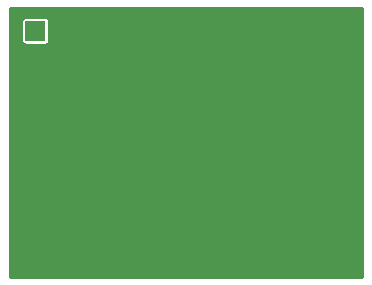
<source format=gbl>
G04 #@! TF.GenerationSoftware,KiCad,Pcbnew,(5.0.1)-4*
G04 #@! TF.CreationDate,2019-05-20T12:36:30-07:00*
G04 #@! TF.ProjectId,Fanout_circuit,46616E6F75745F636972637569742E6B,rev?*
G04 #@! TF.SameCoordinates,Original*
G04 #@! TF.FileFunction,Copper,L4,Bot,Signal*
G04 #@! TF.FilePolarity,Positive*
%FSLAX46Y46*%
G04 Gerber Fmt 4.6, Leading zero omitted, Abs format (unit mm)*
G04 Created by KiCad (PCBNEW (5.0.1)-4) date 5/20/2019 12:36:30 PM*
%MOMM*%
%LPD*%
G01*
G04 APERTURE LIST*
G04 #@! TA.AperFunction,ViaPad*
%ADD10C,0.600000*%
G04 #@! TD*
G04 #@! TA.AperFunction,ComponentPad*
%ADD11R,1.700000X1.700000*%
G04 #@! TD*
G04 #@! TA.AperFunction,ComponentPad*
%ADD12O,1.700000X1.700000*%
G04 #@! TD*
G04 #@! TA.AperFunction,ViaPad*
%ADD13C,0.800000*%
G04 #@! TD*
G04 #@! TA.AperFunction,Conductor*
%ADD14C,0.250000*%
G04 #@! TD*
G04 #@! TA.AperFunction,Conductor*
%ADD15C,0.254000*%
G04 #@! TD*
G04 APERTURE END LIST*
D10*
G04 #@! TO.N,GND*
G04 #@! TO.C,R1*
X128775000Y-89125000D03*
G04 #@! TD*
D11*
G04 #@! TO.P,J3,1*
G04 #@! TO.N,+5V*
X117250000Y-74050000D03*
D12*
G04 #@! TO.P,J3,2*
G04 #@! TO.N,GND*
X119790000Y-74050000D03*
G04 #@! TD*
D13*
G04 #@! TO.N,GND*
X118250000Y-89250000D03*
X120750000Y-91500000D03*
X120750000Y-86750000D03*
X125075000Y-87900000D03*
X126550000Y-87850000D03*
X127700000Y-86750000D03*
X129250000Y-86725000D03*
X130825000Y-87550000D03*
X125050000Y-90325000D03*
X126550000Y-90175000D03*
X127725000Y-91425000D03*
X129625000Y-91500000D03*
X130900000Y-90750000D03*
X134475000Y-76225000D03*
X133200000Y-76225000D03*
X133175000Y-77525000D03*
X134450000Y-77550000D03*
X135950000Y-77575000D03*
X135950000Y-76325000D03*
X140325000Y-77225000D03*
X142725000Y-79500000D03*
X140425000Y-81850000D03*
X131675000Y-86275000D03*
X131650000Y-84950000D03*
X131625000Y-83700000D03*
X131625000Y-82375000D03*
X131600000Y-81025000D03*
X131550000Y-79675000D03*
X132050000Y-78625000D03*
X132275000Y-90650000D03*
X133550000Y-90775000D03*
X134800000Y-90925000D03*
X136100000Y-91025000D03*
X140275000Y-91950000D03*
X142750000Y-89825000D03*
X140325000Y-87350000D03*
X136150000Y-88350000D03*
X134800000Y-88500000D03*
X133525000Y-88625000D03*
X133525000Y-87275000D03*
X133525000Y-85950000D03*
X133525000Y-84575000D03*
X133525000Y-83150000D03*
X133525000Y-81850000D03*
X133500000Y-80550000D03*
X134825000Y-80725000D03*
X136125000Y-80975000D03*
X120775000Y-81700000D03*
X118350000Y-81650000D03*
X116050000Y-81675000D03*
X116000000Y-83700000D03*
X118325000Y-83625000D03*
X116125000Y-86150000D03*
X116025000Y-88800000D03*
X116050000Y-91200000D03*
X116050000Y-93775000D03*
X118425000Y-93700000D03*
X120775000Y-93675000D03*
X123125000Y-93675000D03*
X126575000Y-93700000D03*
X130050000Y-93700000D03*
X133325000Y-93600000D03*
X135950000Y-93725000D03*
X138525000Y-93875000D03*
X142725000Y-93950000D03*
X137750000Y-75025000D03*
X142825000Y-75050000D03*
X142800000Y-72950000D03*
X140075000Y-72875000D03*
X137725000Y-72850000D03*
X137925000Y-84600000D03*
X142975000Y-84550000D03*
X135375000Y-82875000D03*
X135375000Y-86200000D03*
X129650000Y-78125000D03*
X129575000Y-73800000D03*
X129575000Y-81525000D03*
X129650000Y-83850000D03*
X127550000Y-83875000D03*
X127475000Y-81700000D03*
X125325000Y-83925000D03*
X125250000Y-81700000D03*
X123175000Y-83925000D03*
X123125000Y-81725000D03*
X134700000Y-72875000D03*
X131950000Y-72875000D03*
X131850000Y-75000000D03*
X134875000Y-75000000D03*
X116050000Y-79400000D03*
X118375000Y-79425000D03*
G04 #@! TD*
D14*
G04 #@! TO.N,GND*
X125075000Y-87900000D02*
X126500000Y-87900000D01*
X126500000Y-87900000D02*
X126550000Y-87850000D01*
X127700000Y-86750000D02*
X129225000Y-86750000D01*
X129225000Y-86750000D02*
X129250000Y-86725000D01*
X125050000Y-90325000D02*
X126400000Y-90325000D01*
X126400000Y-90325000D02*
X126550000Y-90175000D01*
X127725000Y-91425000D02*
X129550000Y-91425000D01*
X129550000Y-91425000D02*
X129625000Y-91500000D01*
X134475000Y-76225000D02*
X133200000Y-76225000D01*
X133175000Y-77525000D02*
X134425000Y-77525000D01*
X134425000Y-77525000D02*
X134450000Y-77550000D01*
X135950000Y-77575000D02*
X135950000Y-76325000D01*
X131675000Y-86275000D02*
X131675000Y-84975000D01*
X131675000Y-84975000D02*
X131650000Y-84950000D01*
X131625000Y-83700000D02*
X131625000Y-82375000D01*
X131600000Y-81025000D02*
X131600000Y-79725000D01*
X131600000Y-79725000D02*
X131550000Y-79675000D01*
X132275000Y-90650000D02*
X133425000Y-90650000D01*
X133425000Y-90650000D02*
X133550000Y-90775000D01*
X134800000Y-90925000D02*
X136000000Y-90925000D01*
X136000000Y-90925000D02*
X136100000Y-91025000D01*
X136150000Y-88350000D02*
X134950000Y-88350000D01*
X134950000Y-88350000D02*
X134800000Y-88500000D01*
X133525000Y-88625000D02*
X133525000Y-87275000D01*
X133525000Y-85950000D02*
X133525000Y-84575000D01*
X133525000Y-83150000D02*
X133525000Y-81850000D01*
X133500000Y-80550000D02*
X134650000Y-80550000D01*
X134650000Y-80550000D02*
X134825000Y-80725000D01*
X120775000Y-81700000D02*
X118400000Y-81700000D01*
X118400000Y-81700000D02*
X118350000Y-81650000D01*
X116050000Y-81675000D02*
X116050000Y-83650000D01*
X116050000Y-83650000D02*
X116000000Y-83700000D01*
X118325000Y-83625000D02*
X116125000Y-85825000D01*
X116125000Y-85825000D02*
X116125000Y-86150000D01*
X116025000Y-88800000D02*
X116025000Y-91175000D01*
X116025000Y-91175000D02*
X116050000Y-91200000D01*
X116050000Y-93775000D02*
X118350000Y-93775000D01*
X118350000Y-93775000D02*
X118425000Y-93700000D01*
X120775000Y-93675000D02*
X123125000Y-93675000D01*
X126575000Y-93700000D02*
X130050000Y-93700000D01*
X133325000Y-93600000D02*
X135825000Y-93600000D01*
X135825000Y-93600000D02*
X135950000Y-93725000D01*
X138525000Y-93875000D02*
X142650000Y-93875000D01*
X142650000Y-93875000D02*
X142725000Y-93950000D01*
X142825000Y-75050000D02*
X142825000Y-72975000D01*
X142825000Y-72975000D02*
X142800000Y-72950000D01*
X140075000Y-72875000D02*
X137750000Y-72875000D01*
X137750000Y-72875000D02*
X137725000Y-72850000D01*
X137925000Y-84600000D02*
X142925000Y-84600000D01*
X142925000Y-84600000D02*
X142975000Y-84550000D01*
X135375000Y-82875000D02*
X135375000Y-86200000D01*
X127475000Y-83800000D02*
X127550000Y-83875000D01*
X129650000Y-73875000D02*
X129575000Y-73800000D01*
X125325000Y-83925000D02*
X125325000Y-81775000D01*
X129650000Y-83850000D02*
X129650000Y-81600000D01*
X129650000Y-78125000D02*
X129650000Y-73875000D01*
X127475000Y-81700000D02*
X127475000Y-83800000D01*
X129650000Y-81600000D02*
X129575000Y-81525000D01*
X125325000Y-81775000D02*
X125250000Y-81700000D01*
X123125000Y-83875000D02*
X123175000Y-83925000D01*
X123125000Y-81725000D02*
X123125000Y-83875000D01*
X134700000Y-72875000D02*
X131950000Y-72875000D01*
X131850000Y-75000000D02*
X134875000Y-75000000D01*
X116050000Y-81675000D02*
X116050000Y-79400000D01*
G04 #@! TD*
D15*
G04 #@! TO.N,GND*
G36*
X144873000Y-94873000D02*
X115127000Y-94873000D01*
X115127000Y-73200000D01*
X116066594Y-73200000D01*
X116066594Y-74900000D01*
X116091973Y-75027589D01*
X116164246Y-75135754D01*
X116272411Y-75208027D01*
X116400000Y-75233406D01*
X118100000Y-75233406D01*
X118227589Y-75208027D01*
X118335754Y-75135754D01*
X118408027Y-75027589D01*
X118433406Y-74900000D01*
X118433406Y-73200000D01*
X118408027Y-73072411D01*
X118335754Y-72964246D01*
X118227589Y-72891973D01*
X118100000Y-72866594D01*
X116400000Y-72866594D01*
X116272411Y-72891973D01*
X116164246Y-72964246D01*
X116091973Y-73072411D01*
X116066594Y-73200000D01*
X115127000Y-73200000D01*
X115127000Y-72127000D01*
X144873000Y-72127000D01*
X144873000Y-94873000D01*
X144873000Y-94873000D01*
G37*
X144873000Y-94873000D02*
X115127000Y-94873000D01*
X115127000Y-73200000D01*
X116066594Y-73200000D01*
X116066594Y-74900000D01*
X116091973Y-75027589D01*
X116164246Y-75135754D01*
X116272411Y-75208027D01*
X116400000Y-75233406D01*
X118100000Y-75233406D01*
X118227589Y-75208027D01*
X118335754Y-75135754D01*
X118408027Y-75027589D01*
X118433406Y-74900000D01*
X118433406Y-73200000D01*
X118408027Y-73072411D01*
X118335754Y-72964246D01*
X118227589Y-72891973D01*
X118100000Y-72866594D01*
X116400000Y-72866594D01*
X116272411Y-72891973D01*
X116164246Y-72964246D01*
X116091973Y-73072411D01*
X116066594Y-73200000D01*
X115127000Y-73200000D01*
X115127000Y-72127000D01*
X144873000Y-72127000D01*
X144873000Y-94873000D01*
G04 #@! TD*
M02*

</source>
